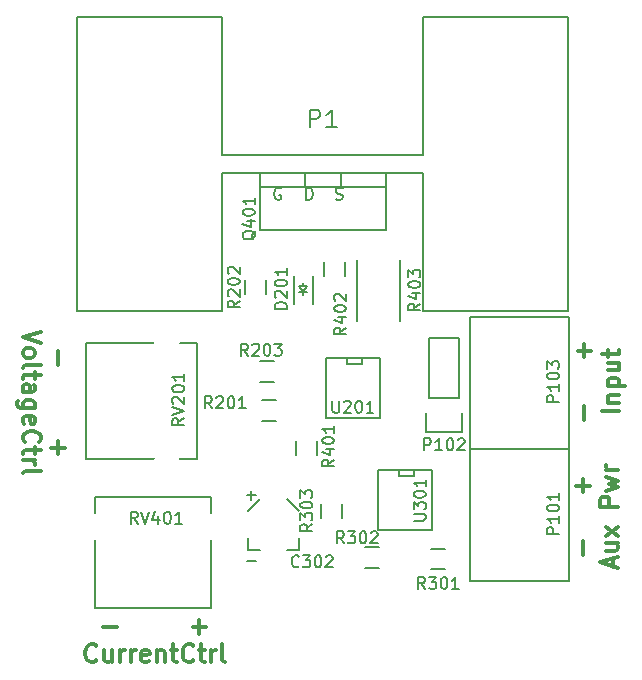
<source format=gto>
G04 #@! TF.FileFunction,Legend,Top*
%FSLAX46Y46*%
G04 Gerber Fmt 4.6, Leading zero omitted, Abs format (unit mm)*
G04 Created by KiCad (PCBNEW 4.0.2-stable) date Saturday, September 03, 2016 'PMt' 12:33:19 PM*
%MOMM*%
G01*
G04 APERTURE LIST*
%ADD10C,0.100000*%
%ADD11C,0.300000*%
%ADD12C,0.150000*%
%ADD13C,2.311400*%
%ADD14R,2.540000X2.540000*%
%ADD15O,2.540000X2.540000*%
%ADD16R,1.600000X2.800000*%
%ADD17R,0.450000X0.590000*%
%ADD18R,2.032000X1.727200*%
%ADD19O,2.032000X1.727200*%
%ADD20O,1.501140X2.499360*%
%ADD21R,0.700000X1.300000*%
%ADD22R,1.300000X0.700000*%
%ADD23C,2.000000*%
%ADD24C,2.200000*%
%ADD25R,1.143000X0.508000*%
%ADD26C,3.200000*%
%ADD27C,1.500000*%
%ADD28R,3.200000X1.000000*%
G04 APERTURE END LIST*
D10*
D11*
X104597857Y-64095858D02*
X104597857Y-65238715D01*
X104597857Y-71667286D02*
X104597857Y-72810143D01*
X104026429Y-72238714D02*
X105169286Y-72238714D01*
X103126429Y-62417286D02*
X101626429Y-62917286D01*
X103126429Y-63417286D01*
X101626429Y-64131572D02*
X101697857Y-63988714D01*
X101769286Y-63917286D01*
X101912143Y-63845857D01*
X102340714Y-63845857D01*
X102483571Y-63917286D01*
X102555000Y-63988714D01*
X102626429Y-64131572D01*
X102626429Y-64345857D01*
X102555000Y-64488714D01*
X102483571Y-64560143D01*
X102340714Y-64631572D01*
X101912143Y-64631572D01*
X101769286Y-64560143D01*
X101697857Y-64488714D01*
X101626429Y-64345857D01*
X101626429Y-64131572D01*
X101626429Y-65488715D02*
X101697857Y-65345857D01*
X101840714Y-65274429D01*
X103126429Y-65274429D01*
X102626429Y-65845857D02*
X102626429Y-66417286D01*
X103126429Y-66060143D02*
X101840714Y-66060143D01*
X101697857Y-66131571D01*
X101626429Y-66274429D01*
X101626429Y-66417286D01*
X101626429Y-67560143D02*
X102412143Y-67560143D01*
X102555000Y-67488714D01*
X102626429Y-67345857D01*
X102626429Y-67060143D01*
X102555000Y-66917286D01*
X101697857Y-67560143D02*
X101626429Y-67417286D01*
X101626429Y-67060143D01*
X101697857Y-66917286D01*
X101840714Y-66845857D01*
X101983571Y-66845857D01*
X102126429Y-66917286D01*
X102197857Y-67060143D01*
X102197857Y-67417286D01*
X102269286Y-67560143D01*
X102626429Y-68917286D02*
X101412143Y-68917286D01*
X101269286Y-68845857D01*
X101197857Y-68774429D01*
X101126429Y-68631572D01*
X101126429Y-68417286D01*
X101197857Y-68274429D01*
X101697857Y-68917286D02*
X101626429Y-68774429D01*
X101626429Y-68488715D01*
X101697857Y-68345857D01*
X101769286Y-68274429D01*
X101912143Y-68203000D01*
X102340714Y-68203000D01*
X102483571Y-68274429D01*
X102555000Y-68345857D01*
X102626429Y-68488715D01*
X102626429Y-68774429D01*
X102555000Y-68917286D01*
X101697857Y-70203000D02*
X101626429Y-70060143D01*
X101626429Y-69774429D01*
X101697857Y-69631572D01*
X101840714Y-69560143D01*
X102412143Y-69560143D01*
X102555000Y-69631572D01*
X102626429Y-69774429D01*
X102626429Y-70060143D01*
X102555000Y-70203000D01*
X102412143Y-70274429D01*
X102269286Y-70274429D01*
X102126429Y-69560143D01*
X101769286Y-71774429D02*
X101697857Y-71703000D01*
X101626429Y-71488714D01*
X101626429Y-71345857D01*
X101697857Y-71131572D01*
X101840714Y-70988714D01*
X101983571Y-70917286D01*
X102269286Y-70845857D01*
X102483571Y-70845857D01*
X102769286Y-70917286D01*
X102912143Y-70988714D01*
X103055000Y-71131572D01*
X103126429Y-71345857D01*
X103126429Y-71488714D01*
X103055000Y-71703000D01*
X102983571Y-71774429D01*
X102626429Y-72203000D02*
X102626429Y-72774429D01*
X103126429Y-72417286D02*
X101840714Y-72417286D01*
X101697857Y-72488714D01*
X101626429Y-72631572D01*
X101626429Y-72774429D01*
X101626429Y-73274429D02*
X102626429Y-73274429D01*
X102340714Y-73274429D02*
X102483571Y-73345857D01*
X102555000Y-73417286D01*
X102626429Y-73560143D01*
X102626429Y-73703000D01*
X101626429Y-74417286D02*
X101697857Y-74274428D01*
X101840714Y-74203000D01*
X103126429Y-74203000D01*
X108418858Y-87426143D02*
X109561715Y-87426143D01*
X115990286Y-87426143D02*
X117133143Y-87426143D01*
X116561714Y-87997571D02*
X116561714Y-86854714D01*
X107847430Y-90254714D02*
X107776001Y-90326143D01*
X107561715Y-90397571D01*
X107418858Y-90397571D01*
X107204573Y-90326143D01*
X107061715Y-90183286D01*
X106990287Y-90040429D01*
X106918858Y-89754714D01*
X106918858Y-89540429D01*
X106990287Y-89254714D01*
X107061715Y-89111857D01*
X107204573Y-88969000D01*
X107418858Y-88897571D01*
X107561715Y-88897571D01*
X107776001Y-88969000D01*
X107847430Y-89040429D01*
X109133144Y-89397571D02*
X109133144Y-90397571D01*
X108490287Y-89397571D02*
X108490287Y-90183286D01*
X108561715Y-90326143D01*
X108704573Y-90397571D01*
X108918858Y-90397571D01*
X109061715Y-90326143D01*
X109133144Y-90254714D01*
X109847430Y-90397571D02*
X109847430Y-89397571D01*
X109847430Y-89683286D02*
X109918858Y-89540429D01*
X109990287Y-89469000D01*
X110133144Y-89397571D01*
X110276001Y-89397571D01*
X110776001Y-90397571D02*
X110776001Y-89397571D01*
X110776001Y-89683286D02*
X110847429Y-89540429D01*
X110918858Y-89469000D01*
X111061715Y-89397571D01*
X111204572Y-89397571D01*
X112276000Y-90326143D02*
X112133143Y-90397571D01*
X111847429Y-90397571D01*
X111704572Y-90326143D01*
X111633143Y-90183286D01*
X111633143Y-89611857D01*
X111704572Y-89469000D01*
X111847429Y-89397571D01*
X112133143Y-89397571D01*
X112276000Y-89469000D01*
X112347429Y-89611857D01*
X112347429Y-89754714D01*
X111633143Y-89897571D01*
X112990286Y-89397571D02*
X112990286Y-90397571D01*
X112990286Y-89540429D02*
X113061714Y-89469000D01*
X113204572Y-89397571D01*
X113418857Y-89397571D01*
X113561714Y-89469000D01*
X113633143Y-89611857D01*
X113633143Y-90397571D01*
X114133143Y-89397571D02*
X114704572Y-89397571D01*
X114347429Y-88897571D02*
X114347429Y-90183286D01*
X114418857Y-90326143D01*
X114561715Y-90397571D01*
X114704572Y-90397571D01*
X116061715Y-90254714D02*
X115990286Y-90326143D01*
X115776000Y-90397571D01*
X115633143Y-90397571D01*
X115418858Y-90326143D01*
X115276000Y-90183286D01*
X115204572Y-90040429D01*
X115133143Y-89754714D01*
X115133143Y-89540429D01*
X115204572Y-89254714D01*
X115276000Y-89111857D01*
X115418858Y-88969000D01*
X115633143Y-88897571D01*
X115776000Y-88897571D01*
X115990286Y-88969000D01*
X116061715Y-89040429D01*
X116490286Y-89397571D02*
X117061715Y-89397571D01*
X116704572Y-88897571D02*
X116704572Y-90183286D01*
X116776000Y-90326143D01*
X116918858Y-90397571D01*
X117061715Y-90397571D01*
X117561715Y-90397571D02*
X117561715Y-89397571D01*
X117561715Y-89683286D02*
X117633143Y-89540429D01*
X117704572Y-89469000D01*
X117847429Y-89397571D01*
X117990286Y-89397571D01*
X118704572Y-90397571D02*
X118561714Y-90326143D01*
X118490286Y-90183286D01*
X118490286Y-88897571D01*
X149148143Y-69889285D02*
X149148143Y-68746428D01*
X149148143Y-64603571D02*
X149148143Y-63460714D01*
X149719571Y-64032143D02*
X148576714Y-64032143D01*
X152119571Y-69139286D02*
X150619571Y-69139286D01*
X151119571Y-68425000D02*
X152119571Y-68425000D01*
X151262429Y-68425000D02*
X151191000Y-68353572D01*
X151119571Y-68210714D01*
X151119571Y-67996429D01*
X151191000Y-67853572D01*
X151333857Y-67782143D01*
X152119571Y-67782143D01*
X151119571Y-67067857D02*
X152619571Y-67067857D01*
X151191000Y-67067857D02*
X151119571Y-66925000D01*
X151119571Y-66639286D01*
X151191000Y-66496429D01*
X151262429Y-66425000D01*
X151405286Y-66353571D01*
X151833857Y-66353571D01*
X151976714Y-66425000D01*
X152048143Y-66496429D01*
X152119571Y-66639286D01*
X152119571Y-66925000D01*
X152048143Y-67067857D01*
X151119571Y-65067857D02*
X152119571Y-65067857D01*
X151119571Y-65710714D02*
X151905286Y-65710714D01*
X152048143Y-65639286D01*
X152119571Y-65496428D01*
X152119571Y-65282143D01*
X152048143Y-65139286D01*
X151976714Y-65067857D01*
X151119571Y-64567857D02*
X151119571Y-63996428D01*
X150619571Y-64353571D02*
X151905286Y-64353571D01*
X152048143Y-64282143D01*
X152119571Y-64139285D01*
X152119571Y-63996428D01*
X149021143Y-81319285D02*
X149021143Y-80176428D01*
X149021143Y-76033571D02*
X149021143Y-74890714D01*
X149592571Y-75462143D02*
X148449714Y-75462143D01*
X151564000Y-82319286D02*
X151564000Y-81605000D01*
X151992571Y-82462143D02*
X150492571Y-81962143D01*
X151992571Y-81462143D01*
X150992571Y-80319286D02*
X151992571Y-80319286D01*
X150992571Y-80962143D02*
X151778286Y-80962143D01*
X151921143Y-80890715D01*
X151992571Y-80747857D01*
X151992571Y-80533572D01*
X151921143Y-80390715D01*
X151849714Y-80319286D01*
X151992571Y-79747857D02*
X150992571Y-78962143D01*
X150992571Y-79747857D02*
X151992571Y-78962143D01*
X151992571Y-77247857D02*
X150492571Y-77247857D01*
X150492571Y-76676429D01*
X150564000Y-76533571D01*
X150635429Y-76462143D01*
X150778286Y-76390714D01*
X150992571Y-76390714D01*
X151135429Y-76462143D01*
X151206857Y-76533571D01*
X151278286Y-76676429D01*
X151278286Y-77247857D01*
X150992571Y-75890714D02*
X151992571Y-75605000D01*
X151278286Y-75319286D01*
X151992571Y-75033571D01*
X150992571Y-74747857D01*
X151992571Y-74176428D02*
X150992571Y-74176428D01*
X151278286Y-74176428D02*
X151135429Y-74105000D01*
X151064000Y-74033571D01*
X150992571Y-73890714D01*
X150992571Y-73747857D01*
D12*
X118503700Y-60706000D02*
X106197400Y-60706000D01*
X147802600Y-60706000D02*
X135496300Y-60706000D01*
X135496300Y-35814000D02*
X147802600Y-35814000D01*
X106197400Y-35814000D02*
X118503700Y-35814000D01*
X135496300Y-49009300D02*
X135496300Y-60706000D01*
X118503700Y-49009300D02*
X118503700Y-60706000D01*
X118503700Y-47510700D02*
X118503700Y-35814000D01*
X135496300Y-47510700D02*
X135496300Y-35814000D01*
X118503700Y-49009300D02*
X135496300Y-49009300D01*
X118503700Y-47510700D02*
X135496300Y-47510700D01*
X147802600Y-35814000D02*
X147802600Y-60706000D01*
X106197400Y-60706000D02*
X106197400Y-35814000D01*
X147828000Y-61214000D02*
X139446000Y-61214000D01*
X139446000Y-62992000D02*
X139446000Y-66802000D01*
X139446000Y-61214000D02*
X139446000Y-72390000D01*
X139446000Y-72390000D02*
X147828000Y-72390000D01*
X147828000Y-72390000D02*
X147828000Y-61214000D01*
X121659000Y-76590000D02*
X120659000Y-77590000D01*
X124959000Y-77590000D02*
X123959000Y-76590000D01*
X121659000Y-80890000D02*
X120659000Y-80890000D01*
X120659000Y-80890000D02*
X120659000Y-79890000D01*
X124959000Y-80890000D02*
X123959000Y-80890000D01*
X124959000Y-80890000D02*
X124959000Y-79890000D01*
X125349000Y-58551000D02*
X125349000Y-58301000D01*
X125349000Y-59051000D02*
X125349000Y-59301000D01*
X125349000Y-59051000D02*
X124999000Y-58551000D01*
X124999000Y-58551000D02*
X125699000Y-58551000D01*
X125699000Y-58551000D02*
X125349000Y-59051000D01*
X124999000Y-59051000D02*
X125699000Y-59051000D01*
X126149000Y-60101000D02*
X126149000Y-57701000D01*
X124549000Y-60101000D02*
X124549000Y-57701000D01*
X147828000Y-72390000D02*
X139446000Y-72390000D01*
X139446000Y-74168000D02*
X139446000Y-77978000D01*
X139446000Y-72390000D02*
X139446000Y-83566000D01*
X139446000Y-83566000D02*
X147828000Y-83566000D01*
X147828000Y-83566000D02*
X147828000Y-72390000D01*
X138557000Y-68072000D02*
X138557000Y-62992000D01*
X138557000Y-62992000D02*
X136017000Y-62992000D01*
X136017000Y-62992000D02*
X136017000Y-68072000D01*
X135737000Y-70892000D02*
X135737000Y-69342000D01*
X136017000Y-68072000D02*
X138557000Y-68072000D01*
X138837000Y-69342000D02*
X138837000Y-70892000D01*
X138837000Y-70892000D02*
X135737000Y-70892000D01*
X125476000Y-49022000D02*
X125476000Y-50165000D01*
X128524000Y-49022000D02*
X128524000Y-50165000D01*
X132334000Y-50165000D02*
X132334000Y-53848000D01*
X132334000Y-53848000D02*
X121666000Y-53848000D01*
X121666000Y-53848000D02*
X121666000Y-50165000D01*
X132334000Y-49022000D02*
X132334000Y-50165000D01*
X132334000Y-50165000D02*
X121666000Y-50165000D01*
X121666000Y-50165000D02*
X121666000Y-49022000D01*
X127000000Y-49022000D02*
X121666000Y-49022000D01*
X127000000Y-49022000D02*
X132334000Y-49022000D01*
X121828000Y-68213000D02*
X123028000Y-68213000D01*
X123028000Y-69963000D02*
X121828000Y-69963000D01*
X120410000Y-59274000D02*
X120410000Y-58074000D01*
X122160000Y-58074000D02*
X122160000Y-59274000D01*
X121701000Y-64911000D02*
X122901000Y-64911000D01*
X122901000Y-66661000D02*
X121701000Y-66661000D01*
X136179000Y-80786000D02*
X137379000Y-80786000D01*
X137379000Y-82536000D02*
X136179000Y-82536000D01*
X131791000Y-82409000D02*
X130591000Y-82409000D01*
X130591000Y-80659000D02*
X131791000Y-80659000D01*
X128637000Y-76997000D02*
X128637000Y-78197000D01*
X126887000Y-78197000D02*
X126887000Y-76997000D01*
X126478000Y-71663000D02*
X126478000Y-72863000D01*
X124728000Y-72863000D02*
X124728000Y-71663000D01*
X127141000Y-57750000D02*
X127141000Y-56550000D01*
X128891000Y-56550000D02*
X128891000Y-57750000D01*
X116390000Y-63426000D02*
X116390000Y-73226000D01*
X106990000Y-63426000D02*
X106990000Y-73226000D01*
X116390000Y-73226000D02*
X106990000Y-73226000D01*
X116390000Y-63426000D02*
X106990000Y-63426000D01*
X107749000Y-76396000D02*
X117549000Y-76396000D01*
X107749000Y-85796000D02*
X117549000Y-85796000D01*
X117549000Y-76396000D02*
X117549000Y-85796000D01*
X107749000Y-76396000D02*
X107749000Y-85796000D01*
X131826000Y-64643000D02*
X131826000Y-69723000D01*
X131826000Y-69723000D02*
X127254000Y-69723000D01*
X127254000Y-69723000D02*
X127254000Y-64643000D01*
X127254000Y-64643000D02*
X131826000Y-64643000D01*
X130302000Y-64643000D02*
X130302000Y-65151000D01*
X130302000Y-65151000D02*
X129032000Y-65151000D01*
X129032000Y-65151000D02*
X129032000Y-64643000D01*
X136271000Y-74168000D02*
X136271000Y-79248000D01*
X136271000Y-79248000D02*
X131699000Y-79248000D01*
X131699000Y-79248000D02*
X131699000Y-74168000D01*
X131699000Y-74168000D02*
X136271000Y-74168000D01*
X134747000Y-74168000D02*
X134747000Y-74676000D01*
X134747000Y-74676000D02*
X133477000Y-74676000D01*
X133477000Y-74676000D02*
X133477000Y-74168000D01*
X129874000Y-61528000D02*
X129874000Y-56328000D01*
X133524000Y-56328000D02*
X133524000Y-61528000D01*
X125892858Y-45128571D02*
X125892858Y-43628571D01*
X126464286Y-43628571D01*
X126607144Y-43700000D01*
X126678572Y-43771429D01*
X126750001Y-43914286D01*
X126750001Y-44128571D01*
X126678572Y-44271429D01*
X126607144Y-44342857D01*
X126464286Y-44414286D01*
X125892858Y-44414286D01*
X128178572Y-45128571D02*
X127321429Y-45128571D01*
X127750001Y-45128571D02*
X127750001Y-43628571D01*
X127607144Y-43842857D01*
X127464286Y-43985714D01*
X127321429Y-44057143D01*
X147010381Y-68365476D02*
X146010381Y-68365476D01*
X146010381Y-67984523D01*
X146058000Y-67889285D01*
X146105619Y-67841666D01*
X146200857Y-67794047D01*
X146343714Y-67794047D01*
X146438952Y-67841666D01*
X146486571Y-67889285D01*
X146534190Y-67984523D01*
X146534190Y-68365476D01*
X147010381Y-66841666D02*
X147010381Y-67413095D01*
X147010381Y-67127381D02*
X146010381Y-67127381D01*
X146153238Y-67222619D01*
X146248476Y-67317857D01*
X146296095Y-67413095D01*
X146010381Y-66222619D02*
X146010381Y-66127380D01*
X146058000Y-66032142D01*
X146105619Y-65984523D01*
X146200857Y-65936904D01*
X146391333Y-65889285D01*
X146629429Y-65889285D01*
X146819905Y-65936904D01*
X146915143Y-65984523D01*
X146962762Y-66032142D01*
X147010381Y-66127380D01*
X147010381Y-66222619D01*
X146962762Y-66317857D01*
X146915143Y-66365476D01*
X146819905Y-66413095D01*
X146629429Y-66460714D01*
X146391333Y-66460714D01*
X146200857Y-66413095D01*
X146105619Y-66365476D01*
X146058000Y-66317857D01*
X146010381Y-66222619D01*
X146010381Y-65555952D02*
X146010381Y-64936904D01*
X146391333Y-65270238D01*
X146391333Y-65127380D01*
X146438952Y-65032142D01*
X146486571Y-64984523D01*
X146581810Y-64936904D01*
X146819905Y-64936904D01*
X146915143Y-64984523D01*
X146962762Y-65032142D01*
X147010381Y-65127380D01*
X147010381Y-65413095D01*
X146962762Y-65508333D01*
X146915143Y-65555952D01*
X124991953Y-82272143D02*
X124944334Y-82319762D01*
X124801477Y-82367381D01*
X124706239Y-82367381D01*
X124563381Y-82319762D01*
X124468143Y-82224524D01*
X124420524Y-82129286D01*
X124372905Y-81938810D01*
X124372905Y-81795952D01*
X124420524Y-81605476D01*
X124468143Y-81510238D01*
X124563381Y-81415000D01*
X124706239Y-81367381D01*
X124801477Y-81367381D01*
X124944334Y-81415000D01*
X124991953Y-81462619D01*
X125325286Y-81367381D02*
X125944334Y-81367381D01*
X125611000Y-81748333D01*
X125753858Y-81748333D01*
X125849096Y-81795952D01*
X125896715Y-81843571D01*
X125944334Y-81938810D01*
X125944334Y-82176905D01*
X125896715Y-82272143D01*
X125849096Y-82319762D01*
X125753858Y-82367381D01*
X125468143Y-82367381D01*
X125372905Y-82319762D01*
X125325286Y-82272143D01*
X126563381Y-81367381D02*
X126658620Y-81367381D01*
X126753858Y-81415000D01*
X126801477Y-81462619D01*
X126849096Y-81557857D01*
X126896715Y-81748333D01*
X126896715Y-81986429D01*
X126849096Y-82176905D01*
X126801477Y-82272143D01*
X126753858Y-82319762D01*
X126658620Y-82367381D01*
X126563381Y-82367381D01*
X126468143Y-82319762D01*
X126420524Y-82272143D01*
X126372905Y-82176905D01*
X126325286Y-81986429D01*
X126325286Y-81748333D01*
X126372905Y-81557857D01*
X126420524Y-81462619D01*
X126468143Y-81415000D01*
X126563381Y-81367381D01*
X127277667Y-81462619D02*
X127325286Y-81415000D01*
X127420524Y-81367381D01*
X127658620Y-81367381D01*
X127753858Y-81415000D01*
X127801477Y-81462619D01*
X127849096Y-81557857D01*
X127849096Y-81653095D01*
X127801477Y-81795952D01*
X127230048Y-82367381D01*
X127849096Y-82367381D01*
X120578048Y-81811429D02*
X121339953Y-81811429D01*
X120578048Y-76261429D02*
X121339953Y-76261429D01*
X120959001Y-76642381D02*
X120959001Y-75880476D01*
X123951381Y-60491476D02*
X122951381Y-60491476D01*
X122951381Y-60253381D01*
X122999000Y-60110523D01*
X123094238Y-60015285D01*
X123189476Y-59967666D01*
X123379952Y-59920047D01*
X123522810Y-59920047D01*
X123713286Y-59967666D01*
X123808524Y-60015285D01*
X123903762Y-60110523D01*
X123951381Y-60253381D01*
X123951381Y-60491476D01*
X123046619Y-59539095D02*
X122999000Y-59491476D01*
X122951381Y-59396238D01*
X122951381Y-59158142D01*
X122999000Y-59062904D01*
X123046619Y-59015285D01*
X123141857Y-58967666D01*
X123237095Y-58967666D01*
X123379952Y-59015285D01*
X123951381Y-59586714D01*
X123951381Y-58967666D01*
X122951381Y-58348619D02*
X122951381Y-58253380D01*
X122999000Y-58158142D01*
X123046619Y-58110523D01*
X123141857Y-58062904D01*
X123332333Y-58015285D01*
X123570429Y-58015285D01*
X123760905Y-58062904D01*
X123856143Y-58110523D01*
X123903762Y-58158142D01*
X123951381Y-58253380D01*
X123951381Y-58348619D01*
X123903762Y-58443857D01*
X123856143Y-58491476D01*
X123760905Y-58539095D01*
X123570429Y-58586714D01*
X123332333Y-58586714D01*
X123141857Y-58539095D01*
X123046619Y-58491476D01*
X122999000Y-58443857D01*
X122951381Y-58348619D01*
X123951381Y-57062904D02*
X123951381Y-57634333D01*
X123951381Y-57348619D02*
X122951381Y-57348619D01*
X123094238Y-57443857D01*
X123189476Y-57539095D01*
X123237095Y-57634333D01*
X147010381Y-79541476D02*
X146010381Y-79541476D01*
X146010381Y-79160523D01*
X146058000Y-79065285D01*
X146105619Y-79017666D01*
X146200857Y-78970047D01*
X146343714Y-78970047D01*
X146438952Y-79017666D01*
X146486571Y-79065285D01*
X146534190Y-79160523D01*
X146534190Y-79541476D01*
X147010381Y-78017666D02*
X147010381Y-78589095D01*
X147010381Y-78303381D02*
X146010381Y-78303381D01*
X146153238Y-78398619D01*
X146248476Y-78493857D01*
X146296095Y-78589095D01*
X146010381Y-77398619D02*
X146010381Y-77303380D01*
X146058000Y-77208142D01*
X146105619Y-77160523D01*
X146200857Y-77112904D01*
X146391333Y-77065285D01*
X146629429Y-77065285D01*
X146819905Y-77112904D01*
X146915143Y-77160523D01*
X146962762Y-77208142D01*
X147010381Y-77303380D01*
X147010381Y-77398619D01*
X146962762Y-77493857D01*
X146915143Y-77541476D01*
X146819905Y-77589095D01*
X146629429Y-77636714D01*
X146391333Y-77636714D01*
X146200857Y-77589095D01*
X146105619Y-77541476D01*
X146058000Y-77493857D01*
X146010381Y-77398619D01*
X147010381Y-76112904D02*
X147010381Y-76684333D01*
X147010381Y-76398619D02*
X146010381Y-76398619D01*
X146153238Y-76493857D01*
X146248476Y-76589095D01*
X146296095Y-76684333D01*
X135596524Y-72461381D02*
X135596524Y-71461381D01*
X135977477Y-71461381D01*
X136072715Y-71509000D01*
X136120334Y-71556619D01*
X136167953Y-71651857D01*
X136167953Y-71794714D01*
X136120334Y-71889952D01*
X136072715Y-71937571D01*
X135977477Y-71985190D01*
X135596524Y-71985190D01*
X137120334Y-72461381D02*
X136548905Y-72461381D01*
X136834619Y-72461381D02*
X136834619Y-71461381D01*
X136739381Y-71604238D01*
X136644143Y-71699476D01*
X136548905Y-71747095D01*
X137739381Y-71461381D02*
X137834620Y-71461381D01*
X137929858Y-71509000D01*
X137977477Y-71556619D01*
X138025096Y-71651857D01*
X138072715Y-71842333D01*
X138072715Y-72080429D01*
X138025096Y-72270905D01*
X137977477Y-72366143D01*
X137929858Y-72413762D01*
X137834620Y-72461381D01*
X137739381Y-72461381D01*
X137644143Y-72413762D01*
X137596524Y-72366143D01*
X137548905Y-72270905D01*
X137501286Y-72080429D01*
X137501286Y-71842333D01*
X137548905Y-71651857D01*
X137596524Y-71556619D01*
X137644143Y-71509000D01*
X137739381Y-71461381D01*
X138453667Y-71556619D02*
X138501286Y-71509000D01*
X138596524Y-71461381D01*
X138834620Y-71461381D01*
X138929858Y-71509000D01*
X138977477Y-71556619D01*
X139025096Y-71651857D01*
X139025096Y-71747095D01*
X138977477Y-71889952D01*
X138406048Y-72461381D01*
X139025096Y-72461381D01*
X121324619Y-53879619D02*
X121277000Y-53974857D01*
X121181762Y-54070095D01*
X121038905Y-54212952D01*
X120991286Y-54308191D01*
X120991286Y-54403429D01*
X121229381Y-54355810D02*
X121181762Y-54451048D01*
X121086524Y-54546286D01*
X120896048Y-54593905D01*
X120562714Y-54593905D01*
X120372238Y-54546286D01*
X120277000Y-54451048D01*
X120229381Y-54355810D01*
X120229381Y-54165333D01*
X120277000Y-54070095D01*
X120372238Y-53974857D01*
X120562714Y-53927238D01*
X120896048Y-53927238D01*
X121086524Y-53974857D01*
X121181762Y-54070095D01*
X121229381Y-54165333D01*
X121229381Y-54355810D01*
X120562714Y-53070095D02*
X121229381Y-53070095D01*
X120181762Y-53308191D02*
X120896048Y-53546286D01*
X120896048Y-52927238D01*
X120229381Y-52355810D02*
X120229381Y-52260571D01*
X120277000Y-52165333D01*
X120324619Y-52117714D01*
X120419857Y-52070095D01*
X120610333Y-52022476D01*
X120848429Y-52022476D01*
X121038905Y-52070095D01*
X121134143Y-52117714D01*
X121181762Y-52165333D01*
X121229381Y-52260571D01*
X121229381Y-52355810D01*
X121181762Y-52451048D01*
X121134143Y-52498667D01*
X121038905Y-52546286D01*
X120848429Y-52593905D01*
X120610333Y-52593905D01*
X120419857Y-52546286D01*
X120324619Y-52498667D01*
X120277000Y-52451048D01*
X120229381Y-52355810D01*
X121229381Y-51070095D02*
X121229381Y-51641524D01*
X121229381Y-51355810D02*
X120229381Y-51355810D01*
X120372238Y-51451048D01*
X120467476Y-51546286D01*
X120515095Y-51641524D01*
X128111286Y-51204762D02*
X128254143Y-51252381D01*
X128492239Y-51252381D01*
X128587477Y-51204762D01*
X128635096Y-51157143D01*
X128682715Y-51061905D01*
X128682715Y-50966667D01*
X128635096Y-50871429D01*
X128587477Y-50823810D01*
X128492239Y-50776190D01*
X128301762Y-50728571D01*
X128206524Y-50680952D01*
X128158905Y-50633333D01*
X128111286Y-50538095D01*
X128111286Y-50442857D01*
X128158905Y-50347619D01*
X128206524Y-50300000D01*
X128301762Y-50252381D01*
X128539858Y-50252381D01*
X128682715Y-50300000D01*
X125595095Y-51252381D02*
X125595095Y-50252381D01*
X125833190Y-50252381D01*
X125976048Y-50300000D01*
X126071286Y-50395238D01*
X126118905Y-50490476D01*
X126166524Y-50680952D01*
X126166524Y-50823810D01*
X126118905Y-51014286D01*
X126071286Y-51109524D01*
X125976048Y-51204762D01*
X125833190Y-51252381D01*
X125595095Y-51252381D01*
X123451905Y-50300000D02*
X123356667Y-50252381D01*
X123213810Y-50252381D01*
X123070952Y-50300000D01*
X122975714Y-50395238D01*
X122928095Y-50490476D01*
X122880476Y-50680952D01*
X122880476Y-50823810D01*
X122928095Y-51014286D01*
X122975714Y-51109524D01*
X123070952Y-51204762D01*
X123213810Y-51252381D01*
X123309048Y-51252381D01*
X123451905Y-51204762D01*
X123499524Y-51157143D01*
X123499524Y-50823810D01*
X123309048Y-50823810D01*
X117625953Y-68905381D02*
X117292619Y-68429190D01*
X117054524Y-68905381D02*
X117054524Y-67905381D01*
X117435477Y-67905381D01*
X117530715Y-67953000D01*
X117578334Y-68000619D01*
X117625953Y-68095857D01*
X117625953Y-68238714D01*
X117578334Y-68333952D01*
X117530715Y-68381571D01*
X117435477Y-68429190D01*
X117054524Y-68429190D01*
X118006905Y-68000619D02*
X118054524Y-67953000D01*
X118149762Y-67905381D01*
X118387858Y-67905381D01*
X118483096Y-67953000D01*
X118530715Y-68000619D01*
X118578334Y-68095857D01*
X118578334Y-68191095D01*
X118530715Y-68333952D01*
X117959286Y-68905381D01*
X118578334Y-68905381D01*
X119197381Y-67905381D02*
X119292620Y-67905381D01*
X119387858Y-67953000D01*
X119435477Y-68000619D01*
X119483096Y-68095857D01*
X119530715Y-68286333D01*
X119530715Y-68524429D01*
X119483096Y-68714905D01*
X119435477Y-68810143D01*
X119387858Y-68857762D01*
X119292620Y-68905381D01*
X119197381Y-68905381D01*
X119102143Y-68857762D01*
X119054524Y-68810143D01*
X119006905Y-68714905D01*
X118959286Y-68524429D01*
X118959286Y-68286333D01*
X119006905Y-68095857D01*
X119054524Y-68000619D01*
X119102143Y-67953000D01*
X119197381Y-67905381D01*
X120483096Y-68905381D02*
X119911667Y-68905381D01*
X120197381Y-68905381D02*
X120197381Y-67905381D01*
X120102143Y-68048238D01*
X120006905Y-68143476D01*
X119911667Y-68191095D01*
X119959381Y-59793047D02*
X119483190Y-60126381D01*
X119959381Y-60364476D02*
X118959381Y-60364476D01*
X118959381Y-59983523D01*
X119007000Y-59888285D01*
X119054619Y-59840666D01*
X119149857Y-59793047D01*
X119292714Y-59793047D01*
X119387952Y-59840666D01*
X119435571Y-59888285D01*
X119483190Y-59983523D01*
X119483190Y-60364476D01*
X119054619Y-59412095D02*
X119007000Y-59364476D01*
X118959381Y-59269238D01*
X118959381Y-59031142D01*
X119007000Y-58935904D01*
X119054619Y-58888285D01*
X119149857Y-58840666D01*
X119245095Y-58840666D01*
X119387952Y-58888285D01*
X119959381Y-59459714D01*
X119959381Y-58840666D01*
X118959381Y-58221619D02*
X118959381Y-58126380D01*
X119007000Y-58031142D01*
X119054619Y-57983523D01*
X119149857Y-57935904D01*
X119340333Y-57888285D01*
X119578429Y-57888285D01*
X119768905Y-57935904D01*
X119864143Y-57983523D01*
X119911762Y-58031142D01*
X119959381Y-58126380D01*
X119959381Y-58221619D01*
X119911762Y-58316857D01*
X119864143Y-58364476D01*
X119768905Y-58412095D01*
X119578429Y-58459714D01*
X119340333Y-58459714D01*
X119149857Y-58412095D01*
X119054619Y-58364476D01*
X119007000Y-58316857D01*
X118959381Y-58221619D01*
X119054619Y-57507333D02*
X119007000Y-57459714D01*
X118959381Y-57364476D01*
X118959381Y-57126380D01*
X119007000Y-57031142D01*
X119054619Y-56983523D01*
X119149857Y-56935904D01*
X119245095Y-56935904D01*
X119387952Y-56983523D01*
X119959381Y-57554952D01*
X119959381Y-56935904D01*
X120673953Y-64460381D02*
X120340619Y-63984190D01*
X120102524Y-64460381D02*
X120102524Y-63460381D01*
X120483477Y-63460381D01*
X120578715Y-63508000D01*
X120626334Y-63555619D01*
X120673953Y-63650857D01*
X120673953Y-63793714D01*
X120626334Y-63888952D01*
X120578715Y-63936571D01*
X120483477Y-63984190D01*
X120102524Y-63984190D01*
X121054905Y-63555619D02*
X121102524Y-63508000D01*
X121197762Y-63460381D01*
X121435858Y-63460381D01*
X121531096Y-63508000D01*
X121578715Y-63555619D01*
X121626334Y-63650857D01*
X121626334Y-63746095D01*
X121578715Y-63888952D01*
X121007286Y-64460381D01*
X121626334Y-64460381D01*
X122245381Y-63460381D02*
X122340620Y-63460381D01*
X122435858Y-63508000D01*
X122483477Y-63555619D01*
X122531096Y-63650857D01*
X122578715Y-63841333D01*
X122578715Y-64079429D01*
X122531096Y-64269905D01*
X122483477Y-64365143D01*
X122435858Y-64412762D01*
X122340620Y-64460381D01*
X122245381Y-64460381D01*
X122150143Y-64412762D01*
X122102524Y-64365143D01*
X122054905Y-64269905D01*
X122007286Y-64079429D01*
X122007286Y-63841333D01*
X122054905Y-63650857D01*
X122102524Y-63555619D01*
X122150143Y-63508000D01*
X122245381Y-63460381D01*
X122912048Y-63460381D02*
X123531096Y-63460381D01*
X123197762Y-63841333D01*
X123340620Y-63841333D01*
X123435858Y-63888952D01*
X123483477Y-63936571D01*
X123531096Y-64031810D01*
X123531096Y-64269905D01*
X123483477Y-64365143D01*
X123435858Y-64412762D01*
X123340620Y-64460381D01*
X123054905Y-64460381D01*
X122959667Y-64412762D01*
X122912048Y-64365143D01*
X135659953Y-84213381D02*
X135326619Y-83737190D01*
X135088524Y-84213381D02*
X135088524Y-83213381D01*
X135469477Y-83213381D01*
X135564715Y-83261000D01*
X135612334Y-83308619D01*
X135659953Y-83403857D01*
X135659953Y-83546714D01*
X135612334Y-83641952D01*
X135564715Y-83689571D01*
X135469477Y-83737190D01*
X135088524Y-83737190D01*
X135993286Y-83213381D02*
X136612334Y-83213381D01*
X136279000Y-83594333D01*
X136421858Y-83594333D01*
X136517096Y-83641952D01*
X136564715Y-83689571D01*
X136612334Y-83784810D01*
X136612334Y-84022905D01*
X136564715Y-84118143D01*
X136517096Y-84165762D01*
X136421858Y-84213381D01*
X136136143Y-84213381D01*
X136040905Y-84165762D01*
X135993286Y-84118143D01*
X137231381Y-83213381D02*
X137326620Y-83213381D01*
X137421858Y-83261000D01*
X137469477Y-83308619D01*
X137517096Y-83403857D01*
X137564715Y-83594333D01*
X137564715Y-83832429D01*
X137517096Y-84022905D01*
X137469477Y-84118143D01*
X137421858Y-84165762D01*
X137326620Y-84213381D01*
X137231381Y-84213381D01*
X137136143Y-84165762D01*
X137088524Y-84118143D01*
X137040905Y-84022905D01*
X136993286Y-83832429D01*
X136993286Y-83594333D01*
X137040905Y-83403857D01*
X137088524Y-83308619D01*
X137136143Y-83261000D01*
X137231381Y-83213381D01*
X138517096Y-84213381D02*
X137945667Y-84213381D01*
X138231381Y-84213381D02*
X138231381Y-83213381D01*
X138136143Y-83356238D01*
X138040905Y-83451476D01*
X137945667Y-83499095D01*
X128801953Y-80335381D02*
X128468619Y-79859190D01*
X128230524Y-80335381D02*
X128230524Y-79335381D01*
X128611477Y-79335381D01*
X128706715Y-79383000D01*
X128754334Y-79430619D01*
X128801953Y-79525857D01*
X128801953Y-79668714D01*
X128754334Y-79763952D01*
X128706715Y-79811571D01*
X128611477Y-79859190D01*
X128230524Y-79859190D01*
X129135286Y-79335381D02*
X129754334Y-79335381D01*
X129421000Y-79716333D01*
X129563858Y-79716333D01*
X129659096Y-79763952D01*
X129706715Y-79811571D01*
X129754334Y-79906810D01*
X129754334Y-80144905D01*
X129706715Y-80240143D01*
X129659096Y-80287762D01*
X129563858Y-80335381D01*
X129278143Y-80335381D01*
X129182905Y-80287762D01*
X129135286Y-80240143D01*
X130373381Y-79335381D02*
X130468620Y-79335381D01*
X130563858Y-79383000D01*
X130611477Y-79430619D01*
X130659096Y-79525857D01*
X130706715Y-79716333D01*
X130706715Y-79954429D01*
X130659096Y-80144905D01*
X130611477Y-80240143D01*
X130563858Y-80287762D01*
X130468620Y-80335381D01*
X130373381Y-80335381D01*
X130278143Y-80287762D01*
X130230524Y-80240143D01*
X130182905Y-80144905D01*
X130135286Y-79954429D01*
X130135286Y-79716333D01*
X130182905Y-79525857D01*
X130230524Y-79430619D01*
X130278143Y-79383000D01*
X130373381Y-79335381D01*
X131087667Y-79430619D02*
X131135286Y-79383000D01*
X131230524Y-79335381D01*
X131468620Y-79335381D01*
X131563858Y-79383000D01*
X131611477Y-79430619D01*
X131659096Y-79525857D01*
X131659096Y-79621095D01*
X131611477Y-79763952D01*
X131040048Y-80335381D01*
X131659096Y-80335381D01*
X126114381Y-78716047D02*
X125638190Y-79049381D01*
X126114381Y-79287476D02*
X125114381Y-79287476D01*
X125114381Y-78906523D01*
X125162000Y-78811285D01*
X125209619Y-78763666D01*
X125304857Y-78716047D01*
X125447714Y-78716047D01*
X125542952Y-78763666D01*
X125590571Y-78811285D01*
X125638190Y-78906523D01*
X125638190Y-79287476D01*
X125114381Y-78382714D02*
X125114381Y-77763666D01*
X125495333Y-78097000D01*
X125495333Y-77954142D01*
X125542952Y-77858904D01*
X125590571Y-77811285D01*
X125685810Y-77763666D01*
X125923905Y-77763666D01*
X126019143Y-77811285D01*
X126066762Y-77858904D01*
X126114381Y-77954142D01*
X126114381Y-78239857D01*
X126066762Y-78335095D01*
X126019143Y-78382714D01*
X125114381Y-77144619D02*
X125114381Y-77049380D01*
X125162000Y-76954142D01*
X125209619Y-76906523D01*
X125304857Y-76858904D01*
X125495333Y-76811285D01*
X125733429Y-76811285D01*
X125923905Y-76858904D01*
X126019143Y-76906523D01*
X126066762Y-76954142D01*
X126114381Y-77049380D01*
X126114381Y-77144619D01*
X126066762Y-77239857D01*
X126019143Y-77287476D01*
X125923905Y-77335095D01*
X125733429Y-77382714D01*
X125495333Y-77382714D01*
X125304857Y-77335095D01*
X125209619Y-77287476D01*
X125162000Y-77239857D01*
X125114381Y-77144619D01*
X125114381Y-76477952D02*
X125114381Y-75858904D01*
X125495333Y-76192238D01*
X125495333Y-76049380D01*
X125542952Y-75954142D01*
X125590571Y-75906523D01*
X125685810Y-75858904D01*
X125923905Y-75858904D01*
X126019143Y-75906523D01*
X126066762Y-75954142D01*
X126114381Y-76049380D01*
X126114381Y-76335095D01*
X126066762Y-76430333D01*
X126019143Y-76477952D01*
X127960381Y-73255047D02*
X127484190Y-73588381D01*
X127960381Y-73826476D02*
X126960381Y-73826476D01*
X126960381Y-73445523D01*
X127008000Y-73350285D01*
X127055619Y-73302666D01*
X127150857Y-73255047D01*
X127293714Y-73255047D01*
X127388952Y-73302666D01*
X127436571Y-73350285D01*
X127484190Y-73445523D01*
X127484190Y-73826476D01*
X127293714Y-72397904D02*
X127960381Y-72397904D01*
X126912762Y-72636000D02*
X127627048Y-72874095D01*
X127627048Y-72255047D01*
X126960381Y-71683619D02*
X126960381Y-71588380D01*
X127008000Y-71493142D01*
X127055619Y-71445523D01*
X127150857Y-71397904D01*
X127341333Y-71350285D01*
X127579429Y-71350285D01*
X127769905Y-71397904D01*
X127865143Y-71445523D01*
X127912762Y-71493142D01*
X127960381Y-71588380D01*
X127960381Y-71683619D01*
X127912762Y-71778857D01*
X127865143Y-71826476D01*
X127769905Y-71874095D01*
X127579429Y-71921714D01*
X127341333Y-71921714D01*
X127150857Y-71874095D01*
X127055619Y-71826476D01*
X127008000Y-71778857D01*
X126960381Y-71683619D01*
X127960381Y-70397904D02*
X127960381Y-70969333D01*
X127960381Y-70683619D02*
X126960381Y-70683619D01*
X127103238Y-70778857D01*
X127198476Y-70874095D01*
X127246095Y-70969333D01*
X128976381Y-62079047D02*
X128500190Y-62412381D01*
X128976381Y-62650476D02*
X127976381Y-62650476D01*
X127976381Y-62269523D01*
X128024000Y-62174285D01*
X128071619Y-62126666D01*
X128166857Y-62079047D01*
X128309714Y-62079047D01*
X128404952Y-62126666D01*
X128452571Y-62174285D01*
X128500190Y-62269523D01*
X128500190Y-62650476D01*
X128309714Y-61221904D02*
X128976381Y-61221904D01*
X127928762Y-61460000D02*
X128643048Y-61698095D01*
X128643048Y-61079047D01*
X127976381Y-60507619D02*
X127976381Y-60412380D01*
X128024000Y-60317142D01*
X128071619Y-60269523D01*
X128166857Y-60221904D01*
X128357333Y-60174285D01*
X128595429Y-60174285D01*
X128785905Y-60221904D01*
X128881143Y-60269523D01*
X128928762Y-60317142D01*
X128976381Y-60412380D01*
X128976381Y-60507619D01*
X128928762Y-60602857D01*
X128881143Y-60650476D01*
X128785905Y-60698095D01*
X128595429Y-60745714D01*
X128357333Y-60745714D01*
X128166857Y-60698095D01*
X128071619Y-60650476D01*
X128024000Y-60602857D01*
X127976381Y-60507619D01*
X128071619Y-59793333D02*
X128024000Y-59745714D01*
X127976381Y-59650476D01*
X127976381Y-59412380D01*
X128024000Y-59317142D01*
X128071619Y-59269523D01*
X128166857Y-59221904D01*
X128262095Y-59221904D01*
X128404952Y-59269523D01*
X128976381Y-59840952D01*
X128976381Y-59221904D01*
X115267619Y-69771381D02*
X114783810Y-70110047D01*
X115267619Y-70351952D02*
X114251619Y-70351952D01*
X114251619Y-69964905D01*
X114300000Y-69868143D01*
X114348381Y-69819762D01*
X114445143Y-69771381D01*
X114590286Y-69771381D01*
X114687048Y-69819762D01*
X114735429Y-69868143D01*
X114783810Y-69964905D01*
X114783810Y-70351952D01*
X114251619Y-69481095D02*
X115267619Y-69142428D01*
X114251619Y-68803762D01*
X114348381Y-68513476D02*
X114300000Y-68465095D01*
X114251619Y-68368333D01*
X114251619Y-68126429D01*
X114300000Y-68029667D01*
X114348381Y-67981286D01*
X114445143Y-67932905D01*
X114541905Y-67932905D01*
X114687048Y-67981286D01*
X115267619Y-68561857D01*
X115267619Y-67932905D01*
X114251619Y-67303952D02*
X114251619Y-67207191D01*
X114300000Y-67110429D01*
X114348381Y-67062048D01*
X114445143Y-67013667D01*
X114638667Y-66965286D01*
X114880571Y-66965286D01*
X115074095Y-67013667D01*
X115170857Y-67062048D01*
X115219238Y-67110429D01*
X115267619Y-67207191D01*
X115267619Y-67303952D01*
X115219238Y-67400714D01*
X115170857Y-67449095D01*
X115074095Y-67497476D01*
X114880571Y-67545857D01*
X114638667Y-67545857D01*
X114445143Y-67497476D01*
X114348381Y-67449095D01*
X114300000Y-67400714D01*
X114251619Y-67303952D01*
X115267619Y-65997667D02*
X115267619Y-66578238D01*
X115267619Y-66287952D02*
X114251619Y-66287952D01*
X114396762Y-66384714D01*
X114493524Y-66481476D01*
X114541905Y-66578238D01*
X111330619Y-78691619D02*
X110991953Y-78207810D01*
X110750048Y-78691619D02*
X110750048Y-77675619D01*
X111137095Y-77675619D01*
X111233857Y-77724000D01*
X111282238Y-77772381D01*
X111330619Y-77869143D01*
X111330619Y-78014286D01*
X111282238Y-78111048D01*
X111233857Y-78159429D01*
X111137095Y-78207810D01*
X110750048Y-78207810D01*
X111620905Y-77675619D02*
X111959572Y-78691619D01*
X112298238Y-77675619D01*
X113072333Y-78014286D02*
X113072333Y-78691619D01*
X112830429Y-77627238D02*
X112588524Y-78352952D01*
X113217476Y-78352952D01*
X113798048Y-77675619D02*
X113894809Y-77675619D01*
X113991571Y-77724000D01*
X114039952Y-77772381D01*
X114088333Y-77869143D01*
X114136714Y-78062667D01*
X114136714Y-78304571D01*
X114088333Y-78498095D01*
X114039952Y-78594857D01*
X113991571Y-78643238D01*
X113894809Y-78691619D01*
X113798048Y-78691619D01*
X113701286Y-78643238D01*
X113652905Y-78594857D01*
X113604524Y-78498095D01*
X113556143Y-78304571D01*
X113556143Y-78062667D01*
X113604524Y-77869143D01*
X113652905Y-77772381D01*
X113701286Y-77724000D01*
X113798048Y-77675619D01*
X115104333Y-78691619D02*
X114523762Y-78691619D01*
X114814048Y-78691619D02*
X114814048Y-77675619D01*
X114717286Y-77820762D01*
X114620524Y-77917524D01*
X114523762Y-77965905D01*
X127825714Y-68286381D02*
X127825714Y-69095905D01*
X127873333Y-69191143D01*
X127920952Y-69238762D01*
X128016190Y-69286381D01*
X128206667Y-69286381D01*
X128301905Y-69238762D01*
X128349524Y-69191143D01*
X128397143Y-69095905D01*
X128397143Y-68286381D01*
X128825714Y-68381619D02*
X128873333Y-68334000D01*
X128968571Y-68286381D01*
X129206667Y-68286381D01*
X129301905Y-68334000D01*
X129349524Y-68381619D01*
X129397143Y-68476857D01*
X129397143Y-68572095D01*
X129349524Y-68714952D01*
X128778095Y-69286381D01*
X129397143Y-69286381D01*
X130016190Y-68286381D02*
X130111429Y-68286381D01*
X130206667Y-68334000D01*
X130254286Y-68381619D01*
X130301905Y-68476857D01*
X130349524Y-68667333D01*
X130349524Y-68905429D01*
X130301905Y-69095905D01*
X130254286Y-69191143D01*
X130206667Y-69238762D01*
X130111429Y-69286381D01*
X130016190Y-69286381D01*
X129920952Y-69238762D01*
X129873333Y-69191143D01*
X129825714Y-69095905D01*
X129778095Y-68905429D01*
X129778095Y-68667333D01*
X129825714Y-68476857D01*
X129873333Y-68381619D01*
X129920952Y-68334000D01*
X130016190Y-68286381D01*
X131301905Y-69286381D02*
X130730476Y-69286381D01*
X131016190Y-69286381D02*
X131016190Y-68286381D01*
X130920952Y-68429238D01*
X130825714Y-68524476D01*
X130730476Y-68572095D01*
X134707381Y-78422286D02*
X135516905Y-78422286D01*
X135612143Y-78374667D01*
X135659762Y-78327048D01*
X135707381Y-78231810D01*
X135707381Y-78041333D01*
X135659762Y-77946095D01*
X135612143Y-77898476D01*
X135516905Y-77850857D01*
X134707381Y-77850857D01*
X134707381Y-77469905D02*
X134707381Y-76850857D01*
X135088333Y-77184191D01*
X135088333Y-77041333D01*
X135135952Y-76946095D01*
X135183571Y-76898476D01*
X135278810Y-76850857D01*
X135516905Y-76850857D01*
X135612143Y-76898476D01*
X135659762Y-76946095D01*
X135707381Y-77041333D01*
X135707381Y-77327048D01*
X135659762Y-77422286D01*
X135612143Y-77469905D01*
X134707381Y-76231810D02*
X134707381Y-76136571D01*
X134755000Y-76041333D01*
X134802619Y-75993714D01*
X134897857Y-75946095D01*
X135088333Y-75898476D01*
X135326429Y-75898476D01*
X135516905Y-75946095D01*
X135612143Y-75993714D01*
X135659762Y-76041333D01*
X135707381Y-76136571D01*
X135707381Y-76231810D01*
X135659762Y-76327048D01*
X135612143Y-76374667D01*
X135516905Y-76422286D01*
X135326429Y-76469905D01*
X135088333Y-76469905D01*
X134897857Y-76422286D01*
X134802619Y-76374667D01*
X134755000Y-76327048D01*
X134707381Y-76231810D01*
X135707381Y-74946095D02*
X135707381Y-75517524D01*
X135707381Y-75231810D02*
X134707381Y-75231810D01*
X134850238Y-75327048D01*
X134945476Y-75422286D01*
X134993095Y-75517524D01*
X135251381Y-60047047D02*
X134775190Y-60380381D01*
X135251381Y-60618476D02*
X134251381Y-60618476D01*
X134251381Y-60237523D01*
X134299000Y-60142285D01*
X134346619Y-60094666D01*
X134441857Y-60047047D01*
X134584714Y-60047047D01*
X134679952Y-60094666D01*
X134727571Y-60142285D01*
X134775190Y-60237523D01*
X134775190Y-60618476D01*
X134584714Y-59189904D02*
X135251381Y-59189904D01*
X134203762Y-59428000D02*
X134918048Y-59666095D01*
X134918048Y-59047047D01*
X134251381Y-58475619D02*
X134251381Y-58380380D01*
X134299000Y-58285142D01*
X134346619Y-58237523D01*
X134441857Y-58189904D01*
X134632333Y-58142285D01*
X134870429Y-58142285D01*
X135060905Y-58189904D01*
X135156143Y-58237523D01*
X135203762Y-58285142D01*
X135251381Y-58380380D01*
X135251381Y-58475619D01*
X135203762Y-58570857D01*
X135156143Y-58618476D01*
X135060905Y-58666095D01*
X134870429Y-58713714D01*
X134632333Y-58713714D01*
X134441857Y-58666095D01*
X134346619Y-58618476D01*
X134299000Y-58570857D01*
X134251381Y-58475619D01*
X134251381Y-57808952D02*
X134251381Y-57189904D01*
X134632333Y-57523238D01*
X134632333Y-57380380D01*
X134679952Y-57285142D01*
X134727571Y-57237523D01*
X134822810Y-57189904D01*
X135060905Y-57189904D01*
X135156143Y-57237523D01*
X135203762Y-57285142D01*
X135251381Y-57380380D01*
X135251381Y-57666095D01*
X135203762Y-57761333D01*
X135156143Y-57808952D01*
%LPC*%
D13*
X114300000Y-48260000D03*
X139700000Y-48260000D03*
D14*
X143637000Y-64262000D03*
D15*
X143637000Y-69342000D03*
D16*
X122809000Y-76590000D03*
X122809000Y-80890000D03*
D17*
X125349000Y-59856000D03*
X125349000Y-57746000D03*
D14*
X143637000Y-75438000D03*
D15*
X143637000Y-80518000D03*
D18*
X137287000Y-69342000D03*
D19*
X137287000Y-66802000D03*
X137287000Y-64262000D03*
D20*
X127000000Y-52070000D03*
X124460000Y-52070000D03*
X129540000Y-52070000D03*
D21*
X123378000Y-69088000D03*
X121478000Y-69088000D03*
D22*
X121285000Y-57724000D03*
X121285000Y-59624000D03*
D21*
X123251000Y-65786000D03*
X121351000Y-65786000D03*
X137729000Y-81661000D03*
X135829000Y-81661000D03*
X130241000Y-81534000D03*
X132141000Y-81534000D03*
D22*
X127762000Y-78547000D03*
X127762000Y-76647000D03*
X125603000Y-73213000D03*
X125603000Y-71313000D03*
X128016000Y-56200000D03*
X128016000Y-58100000D03*
D23*
X110490000Y-70826000D03*
X110490000Y-68326000D03*
X110490000Y-65826000D03*
D24*
X113790000Y-73426000D03*
X113790000Y-63226000D03*
D23*
X115149000Y-82296000D03*
X112649000Y-82296000D03*
X110149000Y-82296000D03*
D24*
X117749000Y-78996000D03*
X107549000Y-78996000D03*
D25*
X132715000Y-65278000D03*
X132715000Y-66548000D03*
X132715000Y-67818000D03*
X132715000Y-69088000D03*
X126365000Y-69088000D03*
X126365000Y-67818000D03*
X126365000Y-66548000D03*
X126365000Y-65278000D03*
X137160000Y-74803000D03*
X137160000Y-76073000D03*
X137160000Y-77343000D03*
X137160000Y-78613000D03*
X130810000Y-78613000D03*
X130810000Y-77343000D03*
X130810000Y-76073000D03*
X130810000Y-74803000D03*
D26*
X150749000Y-32893000D03*
X103251000Y-32893000D03*
X150749000Y-87249000D03*
X103251000Y-87249000D03*
D27*
X151003000Y-60579000D03*
X103378000Y-79502000D03*
X123952000Y-62230000D03*
X118999000Y-62357000D03*
X133858000Y-72644000D03*
X128778000Y-85344000D03*
X123190000Y-85471000D03*
X125476000Y-55499000D03*
X126619000Y-62103000D03*
D28*
X131699000Y-55828000D03*
X131699000Y-62028000D03*
D27*
X143637000Y-87503000D03*
M02*

</source>
